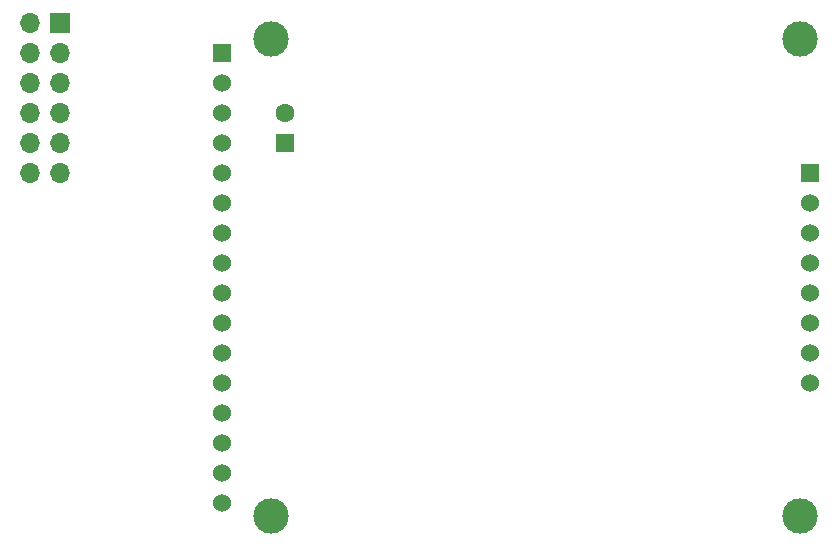
<source format=gbs>
G04 #@! TF.GenerationSoftware,KiCad,Pcbnew,7.0.1*
G04 #@! TF.CreationDate,2023-04-02T16:08:30+02:00*
G04 #@! TF.ProjectId,PMOD SPI SD TFT,504d4f44-2053-4504-9920-534420544654,V1.0*
G04 #@! TF.SameCoordinates,Original*
G04 #@! TF.FileFunction,Soldermask,Bot*
G04 #@! TF.FilePolarity,Negative*
%FSLAX46Y46*%
G04 Gerber Fmt 4.6, Leading zero omitted, Abs format (unit mm)*
G04 Created by KiCad (PCBNEW 7.0.1) date 2023-04-02 16:08:30*
%MOMM*%
%LPD*%
G01*
G04 APERTURE LIST*
%ADD10R,1.700000X1.700000*%
%ADD11O,1.700000X1.700000*%
%ADD12C,1.524000*%
%ADD13R,1.524000X1.524000*%
%ADD14C,3.000000*%
%ADD15R,1.600000X1.600000*%
%ADD16C,1.600000*%
G04 APERTURE END LIST*
D10*
X-41910000Y21590000D03*
D11*
X-41910000Y19050000D03*
X-41910000Y16510000D03*
X-41910000Y13970000D03*
X-41910000Y11430000D03*
X-41910000Y8890000D03*
X-44450000Y21590000D03*
X-44450000Y19050000D03*
X-44450000Y16510000D03*
X-44450000Y13970000D03*
X-44450000Y11430000D03*
X-44450000Y8890000D03*
D12*
X-28213800Y-19050000D03*
X-28213800Y-16510000D03*
X-28213800Y-13970000D03*
X-28213800Y-11430000D03*
X-28213800Y-8890000D03*
X-28213800Y-6350000D03*
X-28213800Y-3810000D03*
X-28213800Y-1270000D03*
X21620000Y-8890000D03*
X-28213800Y1270000D03*
X21620000Y-6350000D03*
X-28213800Y3810000D03*
X21620000Y-3810000D03*
X-28213800Y6350000D03*
X21620000Y-1270000D03*
X-28213800Y8890000D03*
X21620000Y1270000D03*
X-28213800Y11430000D03*
X21620000Y3810000D03*
X-28213800Y13970000D03*
X21620000Y6350000D03*
X-28213800Y16510000D03*
D13*
X21620000Y8890000D03*
X-28213800Y19050000D03*
D14*
X20760000Y-20195000D03*
X20760000Y20195000D03*
X-24040000Y-20195000D03*
X-24040000Y20195000D03*
D15*
X-22860000Y11430000D03*
D16*
X-22860000Y13930000D03*
M02*

</source>
